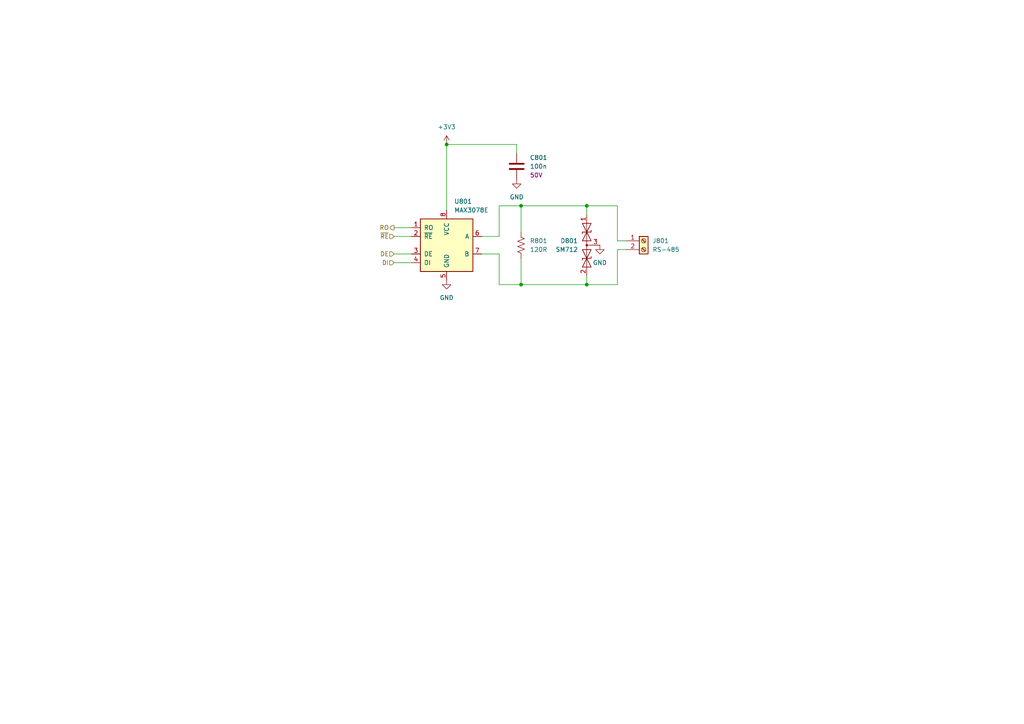
<source format=kicad_sch>
(kicad_sch (version 20230121) (generator eeschema)
  (paper "A4")
  (lib_symbols
    (symbol "Connector:Screw_Terminal_01x02" (pin_names (offset 1.016) hide)
      (property "Reference" "J" (at 0 2.54 0))
      (property "Value" "Screw_Terminal_01x02" (at 0 -5.08 0))
      (symbol "Screw_Terminal_01x02_1_1"
        (rectangle (start -1.27 1.27) (end 1.27 -3.81) (stroke (width 0.254)) (fill (type background)))
        (circle (center 0 -2.54) (radius 0.635) (stroke (width 0.1524)))
        (polyline (pts (xy -0.5334 -2.2098) (xy 0.3302 -3.048)) (stroke (width 0.1524)))
        (polyline (pts (xy -0.5334 0.3302) (xy 0.3302 -0.508)) (stroke (width 0.1524)))
        (polyline (pts (xy -0.3556 -2.032) (xy 0.508 -2.8702)) (stroke (width 0.1524)))
        (polyline (pts (xy -0.3556 0.508) (xy 0.508 -0.3302)) (stroke (width 0.1524)))
        (circle (center 0 0) (radius 0.635) (stroke (width 0.1524)))
        (pin passive line (at -5.08 0 0) (length 3.81) (name "Pin_1") (number "1"))
        (pin passive line (at -5.08 -2.54 0) (length 3.81) (name "Pin_2") (number "2"))
      )
    )
    (symbol "Device:C" (pin_numbers hide) (pin_names (offset 0.254))
      (property "Reference" "C" (at 0.635 2.54 0))
      (property "Value" "C" (at 0.635 -2.54 0))
      (symbol "C_0_1"
        (polyline (pts (xy -2.032 -0.762) (xy 2.032 -0.762)) (stroke (width 0.508)))
        (polyline (pts (xy -2.032 0.762) (xy 2.032 0.762)) (stroke (width 0.508)))
      )
      (symbol "C_1_1"
        (pin passive line (at 0 3.81 270) (length 2.794) (name "~") (number "1"))
        (pin passive line (at 0 -3.81 90) (length 2.794) (name "~") (number "2"))
      )
    )
    (symbol "Device:R_US" (pin_numbers hide) (pin_names (offset 0))
      (property "Reference" "R" (at 2.54 0 90))
      (property "Value" "R_US" (at -2.54 0 90))
      (symbol "R_US_0_1"
        (polyline (pts (xy 0 -2.286) (xy 0 -2.54)))
        (polyline (pts (xy 0 2.286) (xy 0 2.54)))
        (polyline (pts (xy 0 -0.762) (xy 1.016 -1.143) (xy 0 -1.524) (xy -1.016 -1.905) (xy 0 -2.286)))
        (polyline (pts (xy 0 0.762) (xy 1.016 0.381) (xy 0 0) (xy -1.016 -0.381) (xy 0 -0.762)))
        (polyline (pts (xy 0 2.286) (xy 1.016 1.905) (xy 0 1.524) (xy -1.016 1.143) (xy 0 0.762)))
      )
      (symbol "R_US_1_1"
        (pin passive line (at 0 3.81 270) (length 1.27) (name "~") (number "1"))
        (pin passive line (at 0 -3.81 90) (length 1.27) (name "~") (number "2"))
      )
    )
    (symbol "Diode:SM712_SOT23" (pin_names (offset 1.016) hide)
      (property "Reference" "D" (at 0 4.445 0))
      (property "Value" "SM712_SOT23" (at 0 2.54 0))
      (symbol "SM712_SOT23_0_0"
        (polyline (pts (xy 0 -1.27) (xy 0 0)))
      )
      (symbol "SM712_SOT23_0_1"
        (polyline (pts (xy -6.35 0) (xy 6.35 0)))
        (polyline (pts (xy -3.302 1.27) (xy -3.81 1.27) (xy -3.81 -1.27) (xy -4.318 -1.27)) (stroke (width 0.2032)))
        (polyline (pts (xy 4.318 1.27) (xy 3.81 1.27) (xy 3.81 -1.27) (xy 3.302 -1.27)) (stroke (width 0.2032)))
        (polyline (pts (xy -6.35 -1.27) (xy -1.27 1.27) (xy -1.27 -1.27) (xy -6.35 1.27) (xy -6.35 -1.27)) (stroke (width 0.2032)))
        (polyline (pts (xy 1.27 -1.27) (xy 1.27 1.27) (xy 6.35 -1.27) (xy 6.35 1.27) (xy 1.27 -1.27)) (stroke (width 0.2032)))
        (circle (center 0 0) (radius 0.254) (fill (type outline)))
      )
      (symbol "SM712_SOT23_1_1"
        (pin passive line (at -8.89 0 0) (length 2.54) (name "A1") (number "1"))
        (pin passive line (at 8.89 0 180) (length 2.54) (name "A2") (number "2"))
        (pin input line (at 0 -3.81 90) (length 2.54) (name "common") (number "3"))
      )
    )
    (symbol "Interface_UART:MAX3078E" (pin_names (offset 1.016))
      (property "Reference" "U" (at -7.62 8.89 0))
      (property "Value" "MAX3078E" (at 2.54 8.89 0))
      (symbol "MAX3078E_0_1"
        (rectangle (start -7.62 7.62) (end 7.62 -7.62) (stroke (width 0.254)) (fill (type background)))
      )
      (symbol "MAX3078E_1_1"
        (pin output line (at -10.16 5.08 0) (length 2.54) (name "RO") (number "1"))
        (pin input line (at -10.16 2.54 0) (length 2.54) (name "~{RE}") (number "2"))
        (pin input line (at -10.16 -2.54 0) (length 2.54) (name "DE") (number "3"))
        (pin input line (at -10.16 -5.08 0) (length 2.54) (name "DI") (number "4"))
        (pin power_in line (at 0 -10.16 90) (length 2.54) (name "GND") (number "5"))
        (pin bidirectional line (at 10.16 2.54 180) (length 2.54) (name "A") (number "6"))
        (pin bidirectional line (at 10.16 -2.54 180) (length 2.54) (name "B") (number "7"))
        (pin power_in line (at 0 10.16 270) (length 2.54) (name "VCC") (number "8"))
      )
    )
    (symbol "power:+3V3" (power) (pin_names (offset 0))
      (property "Value" "+3V3" (at 0 3.556 0))
      (symbol "+3V3_0_1"
        (polyline (pts (xy -0.762 1.27) (xy 0 2.54)))
        (polyline (pts (xy 0 0) (xy 0 2.54)))
        (polyline (pts (xy 0 2.54) (xy 0.762 1.27)))
      )
      (symbol "+3V3_1_1"
        (pin power_in line (at 0 0 90) (length 0) hide (name "+3V3") (number "1"))
      )
    )
    (symbol "power:GND" (power) (pin_names (offset 0))
      (property "Value" "GND" (at 0 -3.81 0))
      (symbol "GND_0_1"
        (polyline (pts (xy 0 0) (xy 0 -1.27) (xy 1.27 -1.27) (xy 0 -2.54) (xy -1.27 -1.27) (xy 0 -1.27)))
      )
      (symbol "GND_1_1"
        (pin power_in line (at 0 0 270) (length 0) hide (name "GND") (number "1"))
      )
    )
  )
  (junction (at 151.13 59.69))
  (junction (at 151.13 82.55))
  (junction (at 170.18 59.69))
  (junction (at 129.54 41.91))
  (junction (at 170.18 82.55))
  (wire (pts (xy 114.3 66.04) (xy 119.38 66.04)))
  (wire (pts (xy 129.54 41.91) (xy 129.54 60.96)))
  (wire (pts (xy 170.18 80.01) (xy 170.18 82.55)))
  (wire (pts (xy 144.78 82.55) (xy 151.13 82.55)))
  (wire (pts (xy 144.78 68.58) (xy 144.78 59.69)))
  (wire (pts (xy 179.07 69.85) (xy 179.07 59.69)))
  (wire (pts (xy 170.18 82.55) (xy 179.07 82.55)))
  (wire (pts (xy 114.3 73.66) (xy 119.38 73.66)))
  (wire (pts (xy 149.86 44.45) (xy 149.86 41.91)))
  (wire (pts (xy 179.07 72.39) (xy 179.07 82.55)))
  (wire (pts (xy 181.61 72.39) (xy 179.07 72.39)))
  (wire (pts (xy 170.18 82.55) (xy 151.13 82.55)))
  (wire (pts (xy 144.78 73.66) (xy 144.78 82.55)))
  (wire (pts (xy 170.18 59.69) (xy 151.13 59.69)))
  (wire (pts (xy 144.78 59.69) (xy 151.13 59.69)))
  (wire (pts (xy 139.7 68.58) (xy 144.78 68.58)))
  (wire (pts (xy 139.7 73.66) (xy 144.78 73.66)))
  (wire (pts (xy 170.18 62.23) (xy 170.18 59.69)))
  (wire (pts (xy 114.3 68.58) (xy 119.38 68.58)))
  (wire (pts (xy 149.86 41.91) (xy 129.54 41.91)))
  (wire (pts (xy 114.3 76.2) (xy 119.38 76.2)))
  (wire (pts (xy 170.18 59.69) (xy 179.07 59.69)))
  (wire (pts (xy 151.13 74.93) (xy 151.13 82.55)))
  (wire (pts (xy 181.61 69.85) (xy 179.07 69.85)))
  (wire (pts (xy 151.13 59.69) (xy 151.13 67.31)))
  (hierarchical_label "RO" (shape output) (at 114.3 66.04 180))
  (hierarchical_label "~{RE}" (shape input) (at 114.3 68.58 180))
  (hierarchical_label "DE" (shape input) (at 114.3 73.66 180))
  (hierarchical_label "DI" (shape input) (at 114.3 76.2 180))
  (symbol (lib_id "Device:C") (at 149.86 48.26 0) (unit 1)
    (property "Reference" "C801" (at 153.67 45.72 0) (effects (justify left)))
    (property "Value" "100n" (at 153.67 48.26 0) (effects (justify left)))
    (property "Footprint" "Droid:C_0603_HandSolder" (effects hide))
    (property "mpn" "CL10B104KB8NNNC" (effects hide))
    (property "Rating" "50V" (at 153.67 50.8 0) (effects (justify left)))
  )
  (symbol (lib_id "Interface_UART:MAX3078E") (at 129.54 71.12 0) (unit 1)
    (property "Reference" "U801" (at 131.7341 58.42 0) (effects (justify left)))
    (property "Value" "MAX3078E" (at 131.7341 60.96 0) (effects (justify left)))
    (property "Footprint" "Package_SO:SOIC-8_3.9x4.9mm_P1.27mm" (effects hide))
    (property "Datasheet" "https://datasheets.maximintegrated.com/en/ds/MAX3070E-MAX3079E.pdf" (effects hide))
    (property "mpn" "MAX3078EESA" (effects hide))
  )
  (symbol (lib_id "power:GND") (at 129.54 81.28 0) (unit 1)
    (property "Reference" "#PWR0802" (effects hide))
    (property "Value" "GND" (at 129.54 86.36 0))
  )
  (symbol (lib_id "power:+3V3") (at 129.54 41.91 0) (unit 1)
    (property "Reference" "#PWR0801" (effects hide))
    (property "Value" "+3V3" (at 129.54 36.83 0))
  )
  (symbol (lib_id "power:GND") (at 173.99 71.12 0) (unit 1)
    (property "Reference" "#PWR0804" (effects hide))
    (property "Value" "GND" (at 173.99 76.2 0))
  )
  (symbol (lib_id "Device:R_US") (at 151.13 71.12 0) (unit 1)
    (property "Reference" "R801" (at 153.67 69.85 0) (effects (justify left)))
    (property "Value" "120R" (at 153.67 72.39 0) (effects (justify left)))
    (property "Footprint" "Droid:R_0603_HandSolder" (effects hide))
    (property "mpn" "RMCF0603FT120R" (effects hide))
  )
  (symbol (lib_id "Connector:Screw_Terminal_01x02") (at 186.69 69.85 0) (unit 1)
    (property "Reference" "J801" (at 189.23 69.85 0) (effects (justify left)))
    (property "Value" "RS-485" (at 189.23 72.39 0) (effects (justify left)))
    (property "Footprint" "Droid:TerminalBlock_PhoenixContact_2x5mm" (effects hide))
    (property "mpn" "1935161" (effects hide))
  )
  (symbol (lib_id "Diode:SM712_SOT23") (at 170.18 71.12 90) (mirror x) (unit 1)
    (property "Reference" "D801" (at 167.64 69.85 90) (effects (justify left)))
    (property "Value" "SM712" (at 167.64 72.39 90) (effects (justify left)))
    (property "Footprint" "Package_TO_SOT_SMD:SOT-23" (effects hide))
    (property "Datasheet" "https://www.littelfuse.com/~/media/electronics/datasheets/tvs_diode_arrays/littelfuse_tvs_diode_array_sm712_datasheet.pdf.pdf" (effects hide))
    (property "mpn" "SM712" (effects hide))
  )
  (symbol (lib_id "power:GND") (at 149.86 52.07 0) (unit 1)
    (property "Reference" "#PWR0803" (effects hide))
    (property "Value" "GND" (at 149.86 57.15 0))
  )
)
</source>
